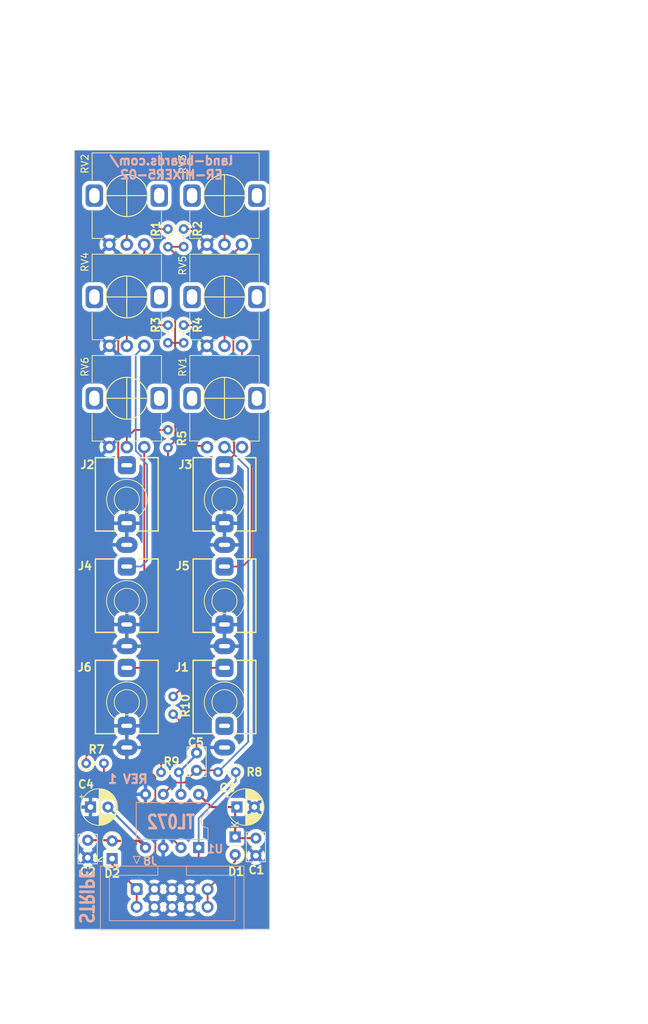
<source format=kicad_pcb>
(kicad_pcb (version 20221018) (generator pcbnew)
  (title_block (title "SYNTH-MIXER6-01") (date "2022-09-30") (rev "1") (company "LAND BOARDS, LLC"))
  (layers (0 "F.Cu" signal) (31 "B.Cu" signal) (34 "B.Paste" user) (35 "F.Paste" user) (36 "B.SilkS" user "B.Silkscreen") (37 "F.SilkS" user "F.Silkscreen") (38 "B.Mask" user) (39 "F.Mask" user) (44 "Edge.Cuts" user))
  (net 0 "")
  (net 1 "GND")
  (net 2 "/POTWIPER_4")
  (net 3 "/POTWIPER_3")
  (net 4 "/POTWIPER_2")
  (net 5 "/POTWIPER_5")
  (net 6 "+12V")
  (net 7 "-12V")
  (net 8 "/OUT")
  (net 9 "Net-(R7-Pad2)")
  (net 10 "/VOL2")
  (net 11 "/VOL1")
  (net 12 "/VSUM")
  (net 14 "/VO")
  (net 15 "/VI_1")
  (net 16 "/VI_2")
  (net 17 "/VI_3")
  (net 18 "/VI_4")
  (net 19 "/VI_5")
  (net 20 "/POTWIPER_1")
  (net 22 "Net-(D1-A)")
  (net 23 "Net-(D2-K)")
  (footprint "LandBoards_Conns:RV09ACF" (layer "F.Cu") (at 22.6 29.5 90)
    (fp_text reference "RV5" (at 4.5 -6 90) (layer "F.SilkS"))
    (fp_text value "B100K")
    (pad "" np_thru_hole roundrect (at 0 -4.65 90) (size 3.2 2.5) (drill oval 2.2 1.5) (layers "F&B.Cu" "*.Mask"))
    (pad "" np_thru_hole roundrect (at 0 4.65 90) (size 3.2 2.5) (drill oval 2.2 1.5) (layers "F&B.Cu" "*.Mask") (roundrect_rratio 0.2314816))
    (pad "1" thru_hole circle (at -7 2.5 90) (size 1.8 1.8) (drill 1) (layers "*.Cu" "*.Mask") (net 18 "/VI_4"))
    (pad "2" thru_hole circle (at -7 0 90) (size 1.8 1.8) (drill 1) (layers "*.Cu" "*.Mask") (net 2 "/POTWIPER_4"))
    (pad "3" thru_hole circle (at -7 -2.5 90) (size 1.8 1.8) (drill 1) (layers "*.Cu" "*.Mask") (net 1 "GND"))
  )
  (footprint "Resistor_THT:R_Axial_DIN0204_L3.6mm_D1.6mm_P2.54mm_Vertical" (layer "F.Cu") (at 16.75 33.53 -90)
    (fp_text reference "R4" (at -0.03 -2 90) (layer "F.SilkS") (effects (font (size 1.143 1.143) (thickness 0.254))))
    (fp_text value "100K")
    (pad "1" thru_hole circle (at 0 0 270) (size 1.4 1.4) (drill 0.7) (layers "*.Cu" "*.Mask") (net 2 "/POTWIPER_4"))
    (pad "2" thru_hole oval (at 2.54 0 270) (size 1.4 1.4) (drill 0.7) (layers "*.Cu" "*.Mask") (net 12 "/VSUM"))
  )
  (footprint "Diode_THT:D_DO-35_SOD27_P2.54mm_Vertical_KathodeUp" (layer "F.Cu") (at 6.5 109.883686 90)
    (fp_text reference "D2" (at -2.116314 0 180) (layer "F.SilkS") (effects (font (size 1.143 1.143) (thickness 0.254))))
    (fp_text value "BAT41")
    (fp_text user "K" (at -0.098314 -1.882 90) (layer "F.SilkS"))
    (pad "1" thru_hole rect (at 0 0 90) (size 1.6 1.6) (drill 0.8) (layers "*.Cu" "*.Mask") (net 23 "Net-(D2-K)"))
    (pad "2" thru_hole oval (at 2.54 0 90) (size 1.6 1.6) (drill 0.8) (layers "*.Cu" "*.Mask") (net 7 "-12V"))
  )
  (footprint "LandBoards_Conns:RV09ACF" (layer "F.Cu") (at 22.6 44 90)
    (fp_text reference "RV1" (at 4.5 -6 90) (layer "F.SilkS"))
    (fp_text value "B100K")
    (pad "" np_thru_hole roundrect (at 0 -4.65 90) (size 3.2 2.5) (drill oval 2.2 1.5) (layers "F&B.Cu" "*.Mask"))
    (pad "" np_thru_hole roundrect (at 0 4.65 90) (size 3.2 2.5) (drill oval 2.2 1.5) (layers "F&B.Cu" "*.Mask") (roundrect_rratio 0.2314816))
    (pad "1" thru_hole circle (at -7 2.5 90) (size 1.8 1.8) (drill 1) (layers "*.Cu" "*.Mask"))
    (pad "2" thru_hole circle (at -7 0 90) (size 1.8 1.8) (drill 1) (layers "*.Cu" "*.Mask") (net 10 "/VOL2"))
    (pad "3" thru_hole circle (at -7 -2.5 90) (size 1.8 1.8) (drill 1) (layers "*.Cu" "*.Mask") (net 11 "/VOL1"))
  )
  (footprint "LandBoards_Conns:RV09ACF" (layer "F.Cu") (at 22.6 15 90)
    (fp_text reference "RV3" (at 4.5 -6 90) (layer "F.SilkS"))
    (fp_text value "B100K")
    (pad "" np_thru_hole roundrect (at 0 -4.65 90) (size 3.2 2.5) (drill oval 2.2 1.5) (layers "F&B.Cu" "*.Mask"))
    (pad "" np_thru_hole roundrect (at 0 4.65 90) (size 3.2 2.5) (drill oval 2.2 1.5) (layers "F&B.Cu" "*.Mask") (roundrect_rratio 0.2314816))
    (pad "1" thru_hole circle (at -7 2.5 90) (size 1.8 1.8) (drill 1) (layers "*.Cu" "*.Mask") (net 16 "/VI_2"))
    (pad "2" thru_hole circle (at -7 0 90) (size 1.8 1.8) (drill 1) (layers "*.Cu" "*.Mask") (net 4 "/POTWIPER_2"))
    (pad "3" thru_hole circle (at -7 -2.5 90) (size 1.8 1.8) (drill 1) (layers "*.Cu" "*.Mask") (net 1 "GND"))
  )
  (footprint "LandBoards_Conns:RV09ACF" (layer "F.Cu") (at 8.6 44 90)
    (fp_text reference "RV6" (at 4.5 -6 90) (layer "F.SilkS"))
    (fp_text value "B100K")
    (pad "" np_thru_hole roundrect (at 0 -4.65 90) (size 3.2 2.5) (drill oval 2.2 1.5) (layers "F&B.Cu" "*.Mask"))
    (pad "" np_thru_hole roundrect (at 0 4.65 90) (size 3.2 2.5) (drill oval 2.2 1.5) (layers "F&B.Cu" "*.Mask") (roundrect_rratio 0.2314816))
    (pad "1" thru_hole circle (at -7 2.5 90) (size 1.8 1.8) (drill 1) (layers "*.Cu" "*.Mask") (net 19 "/VI_5"))
    (pad "2" thru_hole circle (at -7 0 90) (size 1.8 1.8) (drill 1) (layers "*.Cu" "*.Mask") (net 5 "/POTWIPER_5"))
    (pad "3" thru_hole circle (at -7 -2.5 90) (size 1.8 1.8) (drill 1) (layers "*.Cu" "*.Mask") (net 1 "GND"))
  )
  (footprint "AudioJacks:Jack_3.5mm_QingPu_WQP-PJ398SM_Vertical" (layer "F.Cu") (at 22.6 73)
    (fp_text reference "J5" (at -6 -5) (layer "F.SilkS") (effects (font (size 1.143 1.143) (thickness 0.254))))
    (fp_text value "PJ-398SM")
    (pad "S" thru_hole oval (at 0 6.48) (size 3.1 2.3) (drill oval 1.6 0.6) (layers "*.Cu" "*.Mask") (net 1 "GND"))
    (pad "T" thru_hole roundrect (at 0 -4.92) (size 2.6 2.6) (drill oval 1.6 0.6) (layers "*.Cu" "*.Mask") (net 18 "/VI_4"))
    (pad "TN" thru_hole roundrect (at 0 3.38) (size 2.6 2.6) (drill oval 1.6 0.6) (layers "*.Cu" "*.Mask") (net 1 "GND"))
  )
  (footprint "AudioJacks:Jack_3.5mm_QingPu_WQP-PJ398SM_Vertical" (layer "F.Cu") (at 8.6 87.5)
    (fp_text reference "J6" (at -6.05 -5) (layer "F.SilkS") (effects (font (size 1.143 1.143) (thickness 0.254))))
    (fp_text value "PJ-398SM")
    (pad "S" thru_hole oval (at 0 6.48) (size 3.1 2.3) (drill oval 1.6 0.6) (layers "*.Cu" "*.Mask") (net 1 "GND"))
    (pad "T" thru_hole roundrect (at 0 -4.92) (size 2.6 2.6) (drill oval 1.6 0.6) (layers "*.Cu" "*.Mask") (net 19 "/VI_5"))
    (pad "TN" thru_hole roundrect (at 0 3.38) (size 2.6 2.6) (drill oval 1.6 0.6) (layers "*.Cu" "*.Mask") (net 1 "GND"))
  )
  (footprint "Resistor_THT:R_Axial_DIN0204_L3.6mm_D1.6mm_P2.54mm_Vertical" (layer "F.Cu") (at 15.25 89.22 90)
    (fp_text reference "R10" (at 1.22 1.75 90) (layer "F.SilkS") (effects (font (size 1.143 1.143) (thickness 0.254))))
    (fp_text value "1K")
    (pad "1" thru_hole circle (at 0 0 90) (size 1.4 1.4) (drill 0.7) (layers "*.Cu" "*.Mask") (net 14 "/VO"))
    (pad "2" thru_hole oval (at 2.54 0 90) (size 1.4 1.4) (drill 0.7) (layers "*.Cu" "*.Mask") (net 8 "/OUT"))
  )
  (footprint "Capacitor_THT:CP_Radial_D5.0mm_P2.50mm" (layer "F.Cu") (at 24.384 102.5)
    (fp_text reference "C3" (at -1.384 -2.75) (layer "F.SilkS") (effects (font (size 1.143 1.143) (thickness 0.254))))
    (fp_text value "10uF")
    (pad "1" thru_hole rect (at 0 0) (size 1.6 1.6) (drill 0.8) (layers "*.Cu" "*.Mask") (net 6 "+12V"))
    (pad "2" thru_hole circle (at 2.5 0) (size 1.6 1.6) (drill 0.8) (layers "*.Cu" "*.Mask") (net 1 "GND"))
  )
  (footprint "Resistor_THT:R_Axial_DIN0204_L3.6mm_D1.6mm_P2.54mm_Vertical" (layer "F.Cu") (at 2.78 96.25)
    (fp_text reference "R7" (at 1.47 -2) (layer "F.SilkS") (effects (font (size 1.143 1.143) (thickness 0.254))))
    (fp_text value "100K")
    (pad "1" thru_hole circle (at 0 0) (size 1.4 1.4) (drill 0.7) (layers "*.Cu" "*.Mask") (net 12 "/VSUM"))
    (pad "2" thru_hole oval (at 2.54 0) (size 1.4 1.4) (drill 0.7) (layers "*.Cu" "*.Mask") (net 9 "Net-(R7-Pad2)"))
  )
  (footprint "Capacitor_THT:C_Rect_L4.0mm_W2.5mm_P2.50mm" (layer "F.Cu") (at 27.1 106.954 -90)
    (fp_text reference "C1" (at 4.552 -0.078) (layer "F.SilkS") (effects (font (size 1.143 1.143) (thickness 0.254))))
    (fp_text value "0.1uF")
    (pad "1" thru_hole circle (at 0 0 270) (size 1.6 1.6) (drill 0.8) (layers "*.Cu" "*.Mask") (net 6 "+12V"))
    (pad "2" thru_hole circle (at 2.5 0 270) (size 1.6 1.6) (drill 0.8) (layers "*.Cu" "*.Mask") (net 1 "GND"))
  )
  (footprint "Resistor_THT:R_Axial_DIN0204_L3.6mm_D1.6mm_P2.54mm_Vertical" (layer "F.Cu") (at 14.5 48.53 -90)
    (fp_text reference "R5" (at 1.22 -2 90) (layer "F.SilkS") (effects (font (size 1.143 1.143) (thickness 0.254))))
    (fp_text value "100K")
    (pad "1" thru_hole circle (at 0 0 270) (size 1.4 1.4) (drill 0.7) (layers "*.Cu" "*.Mask") (net 5 "/POTWIPER_5"))
    (pad "2" thru_hole oval (at 2.54 0 270) (size 1.4 1.4) (drill 0.7) (layers "*.Cu" "*.Mask") (net 12 "/VSUM"))
  )
  (footprint "AudioJacks:Jack_3.5mm_QingPu_WQP-PJ398SM_Vertical" (layer "F.Cu") (at 8.6 58.5)
    (fp_text reference "J2" (at -5.636 -5) (layer "F.SilkS") (effects (font (size 1.143 1.143) (thickness 0.254))))
    (fp_text value "PJ-398SM")
    (pad "S" thru_hole oval (at 0 6.48) (size 3.1 2.3) (drill oval 1.6 0.6) (layers "*.Cu" "*.Mask") (net 1 "GND"))
    (pad "T" thru_hole roundrect (at 0 -4.92) (size 2.6 2.6) (drill oval 1.6 0.6) (layers "*.Cu" "*.Mask") (net 15 "/VI_1"))
    (pad "TN" thru_hole roundrect (at 0 3.38) (size 2.6 2.6) (drill oval 1.6 0.6) (layers "*.Cu" "*.Mask") (net 1 "GND"))
  )
  (footprint "AudioJacks:Jack_3.5mm_QingPu_WQP-PJ398SM_Vertical" (layer "F.Cu") (at 22.6 87.5)
    (fp_text reference "J1" (at -6.1 -5) (layer "F.SilkS") (effects (font (size 1.143 1.143) (thickness 0.254))))
    (fp_text value "PJ-398SM")
    (pad "S" thru_hole oval (at 0 6.48) (size 3.1 2.3) (drill oval 1.6 0.6) (layers "*.Cu" "*.Mask") (net 1 "GND"))
    (pad "T" thru_hole roundrect (at 0 -4.92) (size 2.6 2.6) (drill oval 1.6 0.6) (layers "*.Cu" "*.Mask") (net 8 "/OUT"))
    (pad "TN" thru_hole roundrect (at 0 3.38) (size 2.6 2.6) (drill oval 1.6 0.6) (layers "*.Cu" "*.Mask"))
  )
  (footprint "Diode_THT:D_DO-35_SOD27_P2.54mm_Vertical_KathodeUp" (layer "F.Cu") (at 24.13 106.778315 -90)
    (fp_text reference "D1" (at 4.971685 -0.12 -180) (layer "F.SilkS") (effects (font (size 1.143 1.143) (thickness 0.254) bold)))
    (fp_text value "BAT41")
    (fp_text user "K" (at -1.8 0 90) (layer "F.SilkS"))
    (pad "1" thru_hole rect (at 0 0 270) (size 1.6 1.6) (drill 0.8) (layers "*.Cu" "*.Mask") (net 6 "+12V"))
    (pad "2" thru_hole oval (at 2.54 0 270) (size 1.6 1.6) (drill 0.8) (layers "*.Cu" "*.Mask") (net 22 "Net-(D1-A)"))
  )
  (footprint "Capacitor_THT:C_Rect_L4.0mm_W2.5mm_P2.50mm" (layer "F.Cu") (at 3 109.75 90)
    (fp_text reference "C2" (at -2 0) (layer "F.SilkS") (effects (font (size 1.143 1.143) (thickness 0.254))))
    (fp_text value "0.1uF")
    (pad "1" thru_hole circle (at 0 0 90) (size 1.6 1.6) (drill 0.8) (layers "*.Cu" "*.Mask") (net 1 "GND"))
    (pad "2" thru_hole circle (at 2.5 0 90) (size 1.6 1.6) (drill 0.8) (layers "*.Cu" "*.Mask") (net 7 "-12V"))
  )
  (footprint "Resistor_THT:R_Axial_DIN0204_L3.6mm_D1.6mm_P2.54mm_Vertical" (layer "F.Cu") (at 24.22 97.5 180)
    (fp_text reference "R8" (at -2.655994 -0.000012) (layer "F.SilkS") (effects (font (size 1.143 1.143) (thickness 0.254))))
    (fp_text value "22K")
    (pad "1" thru_hole circle (at 0 0 180) (size 1.4 1.4) (drill 0.7) (layers "*.Cu" "*.Mask") (net 9 "Net-(R7-Pad2)"))
    (pad "2" thru_hole oval (at 2.54 0 180) (size 1.4 1.4) (drill 0.7) (layers "*.Cu" "*.Mask") (net 10 "/VOL2"))
  )
  (footprint "Resistor_THT:R_Axial_DIN0204_L3.6mm_D1.6mm_P2.54mm_Vertical" (layer "F.Cu") (at 14.5 33.53 -90)
    (fp_text reference "R3" (at -0.03 1.75 90) (layer "F.SilkS") (effects (font (size 1.143 1.143) (thickness 0.254))))
    (fp_text value "100K")
    (pad "1" thru_hole circle (at 0 0 270) (size 1.4 1.4) (drill 0.7) (layers "*.Cu" "*.Mask") (net 3 "/POTWIPER_3"))
    (pad "2" thru_hole oval (at 2.54 0 270) (size 1.4 1.4) (drill 0.7) (layers "*.Cu" "*.Mask") (net 12 "/VSUM"))
  )
  (footprint "Resistor_THT:R_Axial_DIN0204_L3.6mm_D1.6mm_P2.54mm_Vertical" (layer "F.Cu") (at 13.512 97.536)
    (fp_text reference "R9" (at 1.488 -1.536) (layer "F.SilkS") (effects (font (size 1.143 1.143) (thickness 0.254))))
    (fp_text value "4.7K")
    (pad "1" thru_hole circle (at 0 0) (size 1.4 1.4) (drill 0.7) (layers "*.Cu" "*.Mask") (net 11 "/VOL1"))
    (pad "2" thru_hole oval (at 2.54 0) (size 1.4 1.4) (drill 0.7) (layers "*.Cu" "*.Mask") (net 14 "/VO"))
  )
  (footprint "AudioJacks:Jack_3.5mm_QingPu_WQP-PJ398SM_Vertical" (layer "F.Cu") (at 8.6 73)
    (fp_text reference "J4" (at -6 -5) (layer "F.SilkS") (effects (font (size 1.143 1.143) (thickness 0.254))))
    (fp_text value "PJ-398SM")
    (pad "S" thru_hole oval (at 0 6.48) (size 3.1 2.3) (drill oval 1.6 0.6) (layers "*.Cu" "*.Mask") (net 1 "GND"))
    (pad "T" thru_hole roundrect (at 0 -4.92) (size 2.6 2.6) (drill oval 1.6 0.6) (layers "*.Cu" "*.Mask") (net 17 "/VI_3"))
    (pad "TN" thru_hole roundrect (at 0 3.38) (size 2.6 2.6) (drill oval 1.6 0.6) (layers "*.Cu" "*.Mask") (net 1 "GND"))
  )
  (footprint "LandBoards_Conns:RV09ACF" (layer "F.Cu") (at 8.6 15 90)
    (fp_text reference "RV2" (at 4.55 -6 90) (layer "F.SilkS"))
    (fp_text value "B100K")
    (pad "" np_thru_hole roundrect (at 0 -4.65 90) (size 3.2 2.5) (drill oval 2.2 1.5) (layers "F&B.Cu" "*.Mask"))
    (pad "" np_thru_hole roundrect (at 0 4.65 90) (size 3.2 2.5) (drill oval 2.2 1.5) (layers "F&B.Cu" "*.Mask") (roundrect_rratio 0.2314816))
    (pad "1" thru_hole circle (at -7 2.5 90) (size 1.8 1.8) (drill 1) (layers "*.Cu" "*.Mask") (net 15 "/VI_1"))
    (pad "2" thru_hole circle (at -7 0 90) (size 1.8 1.8) (drill 1) (layers "*.Cu" "*.Mask") (net 20 "/POTWIPER_1"))
    (pad "3" thru_hole circle (at -7 -2.5 90) (size 1.8 1.8) (drill 1) (layers "*.Cu" "*.Mask") (net 1 "GND"))
  )
  (footprint "Resistor_THT:R_Axial_DIN0204_L3.6mm_D1.6mm_P2.54mm_Vertical" (layer "F.Cu") (at 14.5 19.78 -90)
    (fp_text reference "R1" (at -0.03 1.75 90) (layer "F.SilkS") (effects (font (size 1.143 1.143) (thickness 0.254))))
    (fp_text value "100K")
    (pad "1" thru_hole circle (at 0 0 270) (size 1.4 1.4) (drill 0.7) (layers "*.Cu" "*.Mask") (net 20 "/POTWIPER_1"))
    (pad "2" thru_hole oval (at 2.54 0 270) (size 1.4 1.4) (drill 0.7) (layers "*.Cu" "*.Mask") (net 12 "/VSUM"))
  )
  (footprint "LandBoards_Conns:RV09ACF" (layer "F.Cu") (at 8.6 29.5 90)
    (fp_text reference "RV4" (at 5 -6 90) (layer "F.SilkS"))
    (fp_text value "B100K")
    (pad "" np_thru_hole roundrect (at 0 -4.65 90) (size 3.2 2.5) (drill oval 2.2 1.5) (layers "F&B.Cu" "*.Mask"))
    (pad "" np_thru_hole roundrect (at 0 4.65 90) (size 3.2 2.5) (drill oval 2.2 1.5) (layers "F&B.Cu" "*.Mask") (roundrect_rratio 0.2314816))
    (pad "1" thru_hole circle (at -7 2.5 90) (size 1.8 1.8) (drill 1) (layers "*.Cu" "*.Mask") (net 17 "/VI_3"))
    (pad "2" thru_hole circle (at -7 0 90) (size 1.8 1.8) (drill 1) (layers "*.Cu" "*.Mask") (net 3 "/POTWIPER_3"))
    (pad "3" thru_hole circle (at -7 -2.5 90) (size 1.8 1.8) (drill 1) (layers "*.Cu" "*.Mask") (net 1 "GND"))
  )
  (footprint "Resistor_THT:R_Axial_DIN0204_L3.6mm_D1.6mm_P2.54mm_Vertical" (layer "F.Cu") (at 16.75 19.78 -90)
    (fp_text reference "R2" (at -0.03 -2 90) (layer "F.SilkS") (effects (font (size 1.143 1.143) (thickness 0.254))))
    (fp_text value "100K")
    (pad "1" thru_hole circle (at 0 0 270) (size 1.4 1.4) (drill 0.7) (layers "*.Cu" "*.Mask") (net 4 "/POTWIPER_2"))
    (pad "2" thru_hole oval (at 2.54 0 270) (size 1.4 1.4) (drill 0.7) (layers "*.Cu" "*.Mask") (net 12 "/VSUM"))
  )
  (footprint "Capacitor_THT:C_Rect_L4.0mm_W2.5mm_P2.50mm" (layer "F.Cu") (at 18.600001 94.750001 -90)
    (fp_text reference "C5" (at -1.500001 0.100001 180) (layer "F.SilkS") (effects (font (size 1.143 1.143) (thickness 0.254))))
    (fp_text value "470pF")
    (pad "1" thru_hole circle (at 0 0 270) (size 1.6 1.6) (drill 0.8) (layers "*.Cu" "*.Mask") (net 14 "/VO"))
    (pad "2" thru_hole circle (at 2.5 0 270) (size 1.6 1.6) (drill 0.8) (layers "*.Cu" "*.Mask") (net 10 "/VOL2"))
  )
  (footprint "Capacitor_THT:CP_Radial_D5.0mm_P2.50mm" (layer "F.Cu") (at 3.394888 102.5)
    (fp_text reference "C4" (at -0.644888 -3.25) (layer "F.SilkS") (effects (font (size 1.143 1.143) (thickness 0.254))))
    (fp_text value "10uF")
    (pad "1" thru_hole rect (at 0 0) (size 1.6 1.6) (drill 0.8) (layers "*.Cu" "*.Mask") (net 1 "GND"))
    (pad "2" thru_hole circle (at 2.5 0) (size 1.6 1.6) (drill 0.8) (layers "*.Cu" "*.Mask") (net 7 "-12V"))
  )
  (footprint "AudioJacks:Jack_3.5mm_QingPu_WQP-PJ398SM_Vertical" (layer "F.Cu") (at 22.6 58.5)
    (fp_text reference "J3" (at -5.606 -5) (layer "F.SilkS") (effects (font (size 1.143 1.143) (thickness 0.254))))
    (fp_text value "PJ-398SM")
    (pad "S" thru_hole oval (at 0 6.48) (size 3.1 2.3) (drill oval 1.6 0.6) (layers "*.Cu" "*.Mask") (net 1 "GND"))
    (pad "T" thru_hole roundrect (at 0 -4.92) (size 2.6 2.6) (drill oval 1.6 0.6) (layers "*.Cu" "*.Mask") (net 16 "/VI_2"))
    (pad "TN" thru_hole roundrect (at 0 3.38) (size 2.6 2.6) (drill oval 1.6 0.6) (layers "*.Cu" "*.Mask") (net 1 "GND"))
  )
  (footprint "Connector_IDC:IDC-Header_2x05_P2.54mm_Vertical" (layer "B.Cu") (at 10.02 114.2475 -90)
    (fp_text reference "J8" (at -4.0115 -1.918) (layer "B.SilkS") (effects (font (size 1.143 1.143) (thickness 0.254)) (justify mirror)))
    (fp_text value "Conn_02x05")
    (pad "1" thru_hole roundrect (at 0 0 270) (size 1.7 1.7) (drill 1) (layers "*.Cu" "*.Mask") (roundrect_rratio 0.1470588235) (net 23 "Net-(D2-K)"))
    (pad "2" thru_hole circle (at 2.54 0 270) (size 1.7 1.7) (drill 1) (layers "*.Cu" "*.Mask") (net 23 "Net-(D2-K)"))
    (pad "3" thru_hole circle (at 0 -2.54 270) (size 1.7 1.7) (drill 1) (layers "*.Cu" "*.Mask") (net 1 "GND"))
    (pad "4" thru_hole circle (at 2.54 -2.54 270) (size 1.7 1.7) (drill 1) (layers "*.Cu" "*.Mask") (net 1 "GND"))
    (pad "5" thru_hole circle (at 0 -5.08 270) (size 1.7 1.7) (drill 1) (layers "*.Cu" "*.Mask") (net 1 "GND"))
    (pad "6" thru_hole circle (at 2.54 -5.08 270) (size 1.7 1.7) (drill 1) (layers "*.Cu" "*.Mask") (net 1 "GND"))
    (pad "7" thru_hole circle (at 0 -7.62 270) (size 1.7 1.7) (drill 1) (layers "*.Cu" "*.Mask") (net 1 "GND"))
    (pad "8" thru_hole circle (at 2.54 -7.62 270) (size 1.7 1.7) (drill 1) (layers "*.Cu" "*.Mask") (net 1 "GND"))
    (pad "9" thru_hole circle (at 0 -10.16 270) (size 1.7 1.7) (drill 1) (layers "*.Cu" "*.Mask") (net 22 "Net-(D1-A)"))
    (pad "10" thru_hole circle (at 2.54 -10.16 270) (size 1.7 1.7) (drill 1) (layers "*.Cu" "*.Mask") (net 22 "Net-(D1-A)"))
  )
  (footprint "Package_DIP:DIP-8_W7.62mm" (layer "B.Cu") (at 18.9 108.300012 90)
    (fp_text reference "U1" (at -0.199988 2.35) (layer "B.SilkS") (effects (font (size 1.143 1.143) (thickness 0.254)) (justify mirror)))
    (fp_text value "TL072")
    (pad "1" thru_hole rect (at 0 0 90) (size 1.6 1.6) (drill 0.8) (layers "*.Cu" "*.Mask") (net 9 "Net-(R7-Pad2)"))
    (pad "2" thru_hole oval (at 0 -2.54 90) (size 1.6 1.6) (drill 0.8) (layers "*.Cu" "*.Mask") (net 12 "/VSUM"))
    (pad "3" thru_hole oval (at 0 -5.08 90) (size 1.6 1.6) (drill 0.8) (layers "*.Cu" "*.Mask") (net 1 "GND"))
    (pad "4" thru_hole oval (at 0 -7.62 90) (size 1.6 1.6) (drill 0.8) (layers "*.Cu" "*.Mask") (net 7 "-12V"))
    (pad "5" thru_hole oval (at 7.62 -7.62 90) (size 1.6 1.6) (drill 0.8) (layers "*.Cu" "*.Mask") (net 1 "GND"))
    (pad "6" thru_hole oval (at 7.62 -5.08 90) (size 1.6 1.6) (drill 0.8) (layers "*.Cu" "*.Mask") (net 10 "/VOL2"))
    (pad "7" thru_hole oval (at 7.62 -2.54 90) (size 1.6 1.6) (drill 0.8) (layers "*.Cu" "*.Mask") (net 14 "/VO"))
    (pad "8" thru_hole oval (at 7.62 0 90) (size 1.6 1.6) (drill 0.8) (layers "*.Cu" "*.Mask") (net 6 "+12V"))
  )
  (gr_rect (start 1.1 8.5) (end 29.1 120) (stroke (width 0.1)) (fill none) (layer "Edge.Cuts"))
  (gr_text "REV 1" (at 8.75 98.5) (layer "B.SilkS") (effects (font (size 1.25 1.25) (thickness 0.3125)) (justify mirror)))
  (gr_text "STRIPE" (at 2.794 119.38 270) (layer "B.SilkS") (effects (font (size 1.905 1.524) (thickness 0.381)) (justify left mirror)))
  (gr_text "TL072" (at 18.542 104.648) (layer "B.SilkS") (effects (font (size 1.905 1.524) (thickness 0.381)) (justify left mirror)))
  (gr_text "land-boards.com/\nER-MIXER5-02" (at 15 11) (layer "B.SilkS") (effects (font (size 1.25 1.25) (thickness 0.3125)) (justify mirror)))
  (segment (start 22.6 34.85) (end 22.6 36.55) (width 0.25) (layer "F.Cu") (net 2))
  (segment (start 21.28 33.53) (end 22.6 34.85) (width 0.25) (layer "F.Cu") (net 2))
  (segment (start 16.75 33.53) (end 21.28 33.53) (width 0.25) (layer "F.Cu") (net 2))
  (segment (start 9.72 33.53) (end 8.6 34.65) (width 0.25) (layer "F.Cu") (net 3))
  (segment (start 8.6 34.65) (end 8.6 36.55) (width 0.25) (layer "F.Cu") (net 3))
  (segment (start 14.5 33.53) (end 9.72 33.53) (width 0.25) (layer "F.Cu") (net 3))
  (segment (start 21.78 19.78) (end 22.6 20.6) (width 0.25) (layer "F.Cu") (net 4))
  (segment (start 22.6 20.6) (end 22.6 22.05) (width 0.25) (layer "F.Cu") (net 4))
  (segment (start 16.75 19.78) (end 21.78 19.78) (width 0.25) (layer "F.Cu") (net 4))
  (segment (start 9.72 48.53) (end 8.6 49.65) (width 0.25) (layer "F.Cu") (net 5))
  (segment (start 8.6 49.65) (end 8.6 51) (width 0.25) (layer "F.Cu") (net 5))
  (segment (start 14.5 48.53) (end 9.72 48.53) (width 0.25) (layer "F.Cu") (net 5))
  (segment (start 27.1 106.954) (end 24.305685 106.954) (width 0.3048) (layer "F.Cu") (net 6))
  (segment (start 20.719988 102.5) (end 18.9 100.680012) (width 0.3048) (layer "F.Cu") (net 6))
  (segment (start 24.384 102.5) (end 20.719988 102.5) (width 0.3048) (layer "F.Cu") (net 6))
  (segment (start 24.13 106.778315) (end 24.13 102.754) (width 0.3048) (layer "F.Cu") (net 6))
  (segment (start 10.323674 107.343686) (end 11.28 108.300012) (width 0.3048) (layer "F.Cu") (net 7))
  (segment (start 6.5 107.343686) (end 10.323674 107.343686) (width 0.3048) (layer "F.Cu") (net 7))
  (segment (start 3 107.25) (end 6.406314 107.25) (width 0.3048) (layer "F.Cu") (net 7))
  (segment (start 5.894888 102.5) (end 11.28 107.885112) (width 0.3048) (layer "B.Cu") (net 7))
  (segment (start 22.6 82.58) (end 19.35 82.58) (width 0.25) (layer "F.Cu") (net 8))
  (segment (start 19.35 82.58) (end 15.25 86.68) (width 0.25) (layer "F.Cu") (net 8))
  (segment (start 18.9 108.300012) (end 18.9 109.85) (width 0.25) (layer "F.Cu") (net 9))
  (segment (start 18.5 110.25) (end 13.39 110.25) (width 0.25) (layer "F.Cu") (net 9))
  (segment (start 12.695 109.555) (end 12.695 106.695) (width 0.25) (layer "F.Cu") (net 9))
  (segment (start 13.39 110.25) (end 12.695 109.555) (width 0.25) (layer "F.Cu") (net 9))
  (segment (start 5.32 99.32) (end 5.32 96.25) (width 0.25) (layer "F.Cu") (net 9))
  (segment (start 18.9 109.85) (end 18.5 110.25) (width 0.25) (layer "F.Cu") (net 9))
  (segment (start 12.695 106.695) (end 5.32 99.32) (width 0.25) (layer "F.Cu") (net 9))
  (segment (start 18.9 108.300012) (end 18.9 104.1) (width 0.25) (layer "B.Cu") (net 9))
  (segment (start 18.9 104.1) (end 24.22 98.78) (width 0.25) (layer "B.Cu") (net 9))
  (segment (start 24.22 98.78) (end 24.22 97.5) (width 0.25) (layer "B.Cu") (net 9))
  (segment (start 17 99) (end 17 98.85) (width 0.25) (layer "F.Cu") (net 10))
  (segment (start 15.5 99) (end 17 99) (width 0.25) (layer "F.Cu") (net 10))
  (segment (start 17 98.85) (end 18.6 97.25) (width 0.25) (layer "F.Cu") (net 10))
  (segment (start 18.600001 97.250001) (end 21.430001 97.250001) (width 0.25) (layer "F.Cu") (net 10))
  (segment (start 13.82 100.68) (end 15.5 99) (width 0.25) (layer "F.Cu") (net 10))
  (segment (start 21.430001 97.250001) (end 21.68 97.5) (width 0.25) (layer "F.Cu") (net 10))
  (segment (start 26 54.05) (end 22.75 50.8) (width 0.25) (layer "B.Cu") (net 10))
  (segment (start 26 93.18) (end 26 54.05) (width 0.25) (layer "B.Cu") (net 10))
  (segment (start 21.68 97.5) (end 26 93.18) (width 0.25) (layer "B.Cu") (net 10))
  (segment (start 13.512 97.536) (end 13.512 81.988) (width 0.25) (layer "F.Cu") (net 11))
  (segment (start 16.25 52) (end 17.45 50.8) (width 0.25) (layer "F.Cu") (net 11))
  (segment (start 13.512 81.988) (end 16.25 79.25) (width 0.25) (layer "F.Cu") (net 11))
  (segment (start 17.45 50.8) (end 20.25 50.8) (width 0.25) (layer "F.Cu") (net 11))
  (segment (start 16.25 79.25) (end 16.25 52) (width 0.25) (layer "F.Cu") (net 11))
  (segment (start 14.5 51.07) (end 14.5 78) (width 0.25) (layer "F.Cu") (net 12))
  (segment (start 15.525 23.345) (end 15.525 35.975) (width 0.25) (layer "F.Cu") (net 12))
  (segment (start 15.525 50.045) (end 14.5 51.07) (width 0.25) (layer "F.Cu") (net 12))
  (segment (start 5.25 94.25) (end 3.75 94.25) (width 0.25) (layer "F.Cu") (net 12))
  (segment (start 12.5 94.75) (end 11.5 95.75) (width 0.25) (layer "F.Cu") (net 12))
  (segment (start 12.695 98.195) (end 11.5 97) (width 0.25) (layer "F.Cu") (net 12))
  (segment (start 14.5 22.32) (end 15.525 23.345) (width 0.25) (layer "F.Cu") (net 12))
  (segment (start 16.36 108.300012) (end 12.695 104.635012) (width 0.25) (layer "F.Cu") (net 12))
  (segment (start 11.5 95.75) (end 11.25 96) (width 0.25) (layer "F.Cu") (net 12))
  (segment (start 2.78 95.22) (end 2.78 96.25) (width 0.25) (layer "F.Cu") (net 12))
  (segment (start 15.525 35.975) (end 15.525 50.045) (width 0.25) (layer "F.Cu") (net 12))
  (segment (start 3.75 94.25) (end 2.78 95.22) (width 0.25) (layer "F.Cu") (net 12))
  (segment (start 7 96) (end 5.25 94.25) (width 0.25) (layer "F.Cu") (net 12))
  (segment (start 15.525 35.975) (end 15.62 36.07) (width 0.25) (layer "F.Cu") (net 12))
  (segment (start 14.5 22.32) (end 16.75 22.32) (width 0.25) (layer "F.Cu") (net 12))
  (segment (start 12.5 80) (end 12.5 94.75) (width 0.25) (layer "F.Cu") (net 12))
  (segment (start 11.25 96) (end 7 96) (width 0.25) (layer "F.Cu") (net 12))
  (segment (start 14.5 36.07) (end 16.75 36.07) (width 0.25) (layer "F.Cu") (net 12))
  (segment (start 12.695 104.635012) (end 12.695 98.195) (width 0.25) (layer "F.Cu") (net 12))
  (segment (start 15.62 36.07) (end 16.75 36.07) (width 0.25) (layer "F.Cu") (net 12))
  (segment (start 11.5 97) (end 11.5 95.75) (width 0.25) (layer "F.Cu") (net 12))
  (segment (start 14.5 78) (end 12.5 80) (width 0.25) (layer "F.Cu") (net 12))
  (segment (start 18.600001 92.570001) (end 15.25 89.22) (width 0.25) (layer "F.Cu") (net 14))
  (segment (start 18.600001 94.750001) (end 18.600001 92.570001) (width 0.25) (layer "F.Cu") (net 14))
  (segment (start 16.36 100.68) (end 16.36 98.04) (width 0.25) (layer "B.Cu") (net 14))
  (segment (start 16.052 97.536) (end 18.6 94.988) (width 0.3048) (layer "B.Cu") (net 14))
  (segment (start 16.36 98.04) (end 15.82 97.5) (width 0.25) (layer "B.Cu") (net 14))
  (segment (start 7.375 52.535) (end 8.5 53.66) (width 0.25) (layer "F.Cu") (net 15))
  (segment (start 7.375 29.875) (end 7.375 52.535) (width 0.25) (layer "F.Cu") (net 15))
  (segment (start 11.1 26.15) (end 7.375 29.875) (width 0.25) (layer "F.Cu") (net 15))
  (segment (start 11.1 22.05) (end 11.1 26.15) (width 0.25) (layer "F.Cu") (net 15))
  (segment (start 23.975 50.292588) (end 23.975 52.105) (width 0.25) (layer "F.Cu") (net 16))
  (segment (start 25.1 22.05) (end 23.875 23.275) (width 0.25) (layer "F.Cu") (net 16))
  (segment (start 23.975 52.105) (end 22.5 53.58) (width 0.25) (layer "F.Cu") (net 16))
  (segment (start 23.875 23.275) (end 23.875 50.192588) (width 0.25) (layer "F.Cu") (net 16))
  (segment (start 23.875 50.192588) (end 23.975 50.292588) (width 0.25) (layer "F.Cu") (net 16))
  (segment (start 9.875 51.507412) (end 10.617588 52.25) (width 0.25) (layer "B.Cu") (net 17))
  (segment (start 11.1 36.55) (end 9.875 37.775) (width 0.25) (layer "B.Cu") (net 17))
  (segment (start 11.5 67.25) (end 10.67 68.08) (width 0.25) (layer "B.Cu") (net 17))
  (segment (start 9.875 37.775) (end 9.875 51.507412) (width 0.25) (layer "B.Cu") (net 17))
  (segment (start 10.617588 52.617588) (end 11.5 53.5) (width 0.25) (layer "B.Cu") (net 17))
  (segment (start 10.617588 52.25) (end 10.617588 52.617588) (width 0.25) (layer "B.Cu") (net 17))
  (segment (start 10.67 68.08) (end 8.5 68.08) (width 0.25) (layer "B.Cu") (net 17))
  (segment (start 11.5 53.5) (end 11.5 67.25) (width 0.25) (layer "B.Cu") (net 17))
  (segment (start 25.17 68.08) (end 22.5 68.08) (width 0.25) (layer "F.Cu") (net 18))
  (segment (start 24.5 47) (end 26.475 48.975) (width 0.25) (layer "F.Cu") (net 18))
  (segment (start 26.475 66.775) (end 25.17 68.08) (width 0.25) (layer "F.Cu") (net 18))
  (segment (start 24.5 40) (end 24.5 47) (width 0.25) (layer "F.Cu") (net 18))
  (segment (start 26.475 48.975) (end 26.475 66.775) (width 0.25) (layer "F.Cu") (net 18))
  (segment (start 25.1 36.55) (end 25.1 39.4) (width 0.25) (layer "F.Cu") (net 18))
  (segment (start 25.1 39.4) (end 24.5 40) (width 0.25) (layer "F.Cu") (net 18))
  (segment (start 11.1 81.9) (end 10.42 82.58) (width 0.25) (layer "F.Cu") (net 19))
  (segment (start 11.1 51) (end 11.1 81.9) (width 0.25) (layer "F.Cu") (net 19))
  (segment (start 10.42 82.58) (end 8.55 82.58) (width 0.25) (layer "F.Cu") (net 19))
  (segment (start 8.6 20.65) (end 8.6 22.05) (width 0.25) (layer "F.Cu") (net 20))
  (segment (start 9.47 19.78) (end 8.6 20.65) (width 0.25) (layer "F.Cu") (net 20))
  (segment (start 14.5 19.78) (end 9.47 19.78) (width 0.25) (layer "F.Cu") (net 20))
  (segment (start 24.13 110.2975) (end 24.13 109.318315) (width 0.25) (layer "F.Cu") (net 22))
  (segment (start 20.18 116.7875) (end 20.18 114.2475) (width 0.25) (layer "F.Cu") (net 22))
  (segment (start 20.18 114.2475) (end 24.13 110.2975) (width 0.25) (layer "F.Cu") (net 22))
  (segment (start 10.02 114.2475) (end 6.5 110.7275) (width 0.25) (layer "F.Cu") (net 23))
  (segment (start 6.5 110.7275) (end 6.5 109.883686) (width 0.25) (layer "F.Cu") (net 23))
  (segment (start 10.02 114.2475) (end 10.02 116.7875) (width 0.25) (layer "F.Cu") (net 23))
  (zone (net 1) (net_name "GND") (layer "B.Cu") (connect_pads (clearance 0.508)) (min_thickness 0.254) (fill yes (thermal_gap 0.508) (thermal_bridge_width 0.508))
    (polygon (pts (xy 29 120) (xy 1 120) (xy 1 8.5) (xy 29 8.5)))
  )
)
</source>
